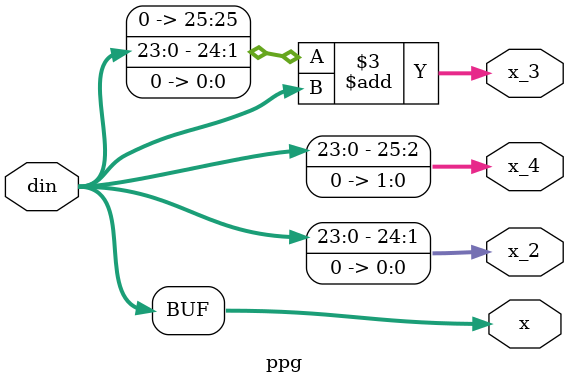
<source format=sv>
/* Partial Product Generator module
 * It takes in input the multiplicand
 * and provides all the possible partial
 * products to the Booth Selector
 */

module ppg (
	output wire [23:0] x, 
	output wire [24:0] x_2, 
	output wire [25:0] x_3, x_4,
	input  wire [23:0] din
);
	
	assign   x =  din;
	assign x_2 =  din << 1;
	assign x_3 = (din << 1) + din;
	assign x_4 =  din << 2;

endmodule
</source>
